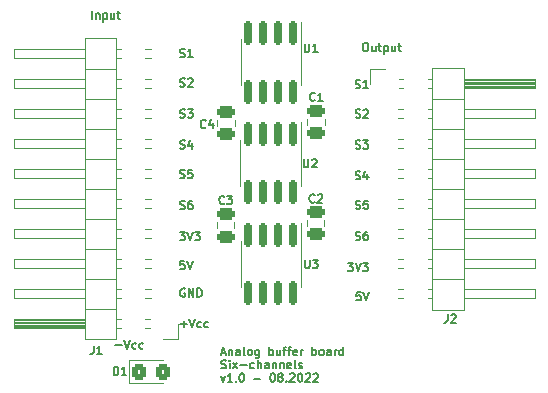
<source format=gto>
G04 #@! TF.GenerationSoftware,KiCad,Pcbnew,(6.0.6)*
G04 #@! TF.CreationDate,2022-08-29T15:05:00+02:00*
G04 #@! TF.ProjectId,analog-buffer-six-channels,616e616c-6f67-42d6-9275-666665722d73,rev?*
G04 #@! TF.SameCoordinates,Original*
G04 #@! TF.FileFunction,Legend,Top*
G04 #@! TF.FilePolarity,Positive*
%FSLAX46Y46*%
G04 Gerber Fmt 4.6, Leading zero omitted, Abs format (unit mm)*
G04 Created by KiCad (PCBNEW (6.0.6)) date 2022-08-29 15:05:00*
%MOMM*%
%LPD*%
G01*
G04 APERTURE LIST*
G04 Aperture macros list*
%AMRoundRect*
0 Rectangle with rounded corners*
0 $1 Rounding radius*
0 $2 $3 $4 $5 $6 $7 $8 $9 X,Y pos of 4 corners*
0 Add a 4 corners polygon primitive as box body*
4,1,4,$2,$3,$4,$5,$6,$7,$8,$9,$2,$3,0*
0 Add four circle primitives for the rounded corners*
1,1,$1+$1,$2,$3*
1,1,$1+$1,$4,$5*
1,1,$1+$1,$6,$7*
1,1,$1+$1,$8,$9*
0 Add four rect primitives between the rounded corners*
20,1,$1+$1,$2,$3,$4,$5,0*
20,1,$1+$1,$4,$5,$6,$7,0*
20,1,$1+$1,$6,$7,$8,$9,0*
20,1,$1+$1,$8,$9,$2,$3,0*%
G04 Aperture macros list end*
%ADD10C,0.175000*%
%ADD11C,0.150000*%
%ADD12C,0.120000*%
%ADD13C,3.200000*%
%ADD14RoundRect,0.150000X-0.150000X0.825000X-0.150000X-0.825000X0.150000X-0.825000X0.150000X0.825000X0*%
%ADD15RoundRect,0.250000X-0.475000X0.250000X-0.475000X-0.250000X0.475000X-0.250000X0.475000X0.250000X0*%
%ADD16R,1.700000X1.700000*%
%ADD17O,1.700000X1.700000*%
%ADD18RoundRect,0.250000X0.475000X-0.250000X0.475000X0.250000X-0.475000X0.250000X-0.475000X-0.250000X0*%
%ADD19RoundRect,0.250000X-0.325000X-0.450000X0.325000X-0.450000X0.325000X0.450000X-0.325000X0.450000X0*%
G04 APERTURE END LIST*
D10*
X75361866Y-46816133D02*
X75461866Y-46849466D01*
X75628533Y-46849466D01*
X75695200Y-46816133D01*
X75728533Y-46782800D01*
X75761866Y-46716133D01*
X75761866Y-46649466D01*
X75728533Y-46582800D01*
X75695200Y-46549466D01*
X75628533Y-46516133D01*
X75495200Y-46482800D01*
X75428533Y-46449466D01*
X75395200Y-46416133D01*
X75361866Y-46349466D01*
X75361866Y-46282800D01*
X75395200Y-46216133D01*
X75428533Y-46182800D01*
X75495200Y-46149466D01*
X75661866Y-46149466D01*
X75761866Y-46182800D01*
X75995200Y-46149466D02*
X76428533Y-46149466D01*
X76195200Y-46416133D01*
X76295200Y-46416133D01*
X76361866Y-46449466D01*
X76395200Y-46482800D01*
X76428533Y-46549466D01*
X76428533Y-46716133D01*
X76395200Y-46782800D01*
X76361866Y-46816133D01*
X76295200Y-46849466D01*
X76095200Y-46849466D01*
X76028533Y-46816133D01*
X75995200Y-46782800D01*
X74728533Y-56538066D02*
X75161866Y-56538066D01*
X74928533Y-56804733D01*
X75028533Y-56804733D01*
X75095200Y-56838066D01*
X75128533Y-56871400D01*
X75161866Y-56938066D01*
X75161866Y-57104733D01*
X75128533Y-57171400D01*
X75095200Y-57204733D01*
X75028533Y-57238066D01*
X74828533Y-57238066D01*
X74761866Y-57204733D01*
X74728533Y-57171400D01*
X75361866Y-56538066D02*
X75595200Y-57238066D01*
X75828533Y-56538066D01*
X75995200Y-56538066D02*
X76428533Y-56538066D01*
X76195200Y-56804733D01*
X76295200Y-56804733D01*
X76361866Y-56838066D01*
X76395200Y-56871400D01*
X76428533Y-56938066D01*
X76428533Y-57104733D01*
X76395200Y-57171400D01*
X76361866Y-57204733D01*
X76295200Y-57238066D01*
X76095200Y-57238066D01*
X76028533Y-57204733D01*
X75995200Y-57171400D01*
X60502866Y-49305333D02*
X60602866Y-49338666D01*
X60769533Y-49338666D01*
X60836200Y-49305333D01*
X60869533Y-49272000D01*
X60902866Y-49205333D01*
X60902866Y-49138666D01*
X60869533Y-49072000D01*
X60836200Y-49038666D01*
X60769533Y-49005333D01*
X60636200Y-48972000D01*
X60569533Y-48938666D01*
X60536200Y-48905333D01*
X60502866Y-48838666D01*
X60502866Y-48772000D01*
X60536200Y-48705333D01*
X60569533Y-48672000D01*
X60636200Y-48638666D01*
X60802866Y-48638666D01*
X60902866Y-48672000D01*
X61536200Y-48638666D02*
X61202866Y-48638666D01*
X61169533Y-48972000D01*
X61202866Y-48938666D01*
X61269533Y-48905333D01*
X61436200Y-48905333D01*
X61502866Y-48938666D01*
X61536200Y-48972000D01*
X61569533Y-49038666D01*
X61569533Y-49205333D01*
X61536200Y-49272000D01*
X61502866Y-49305333D01*
X61436200Y-49338666D01*
X61269533Y-49338666D01*
X61202866Y-49305333D01*
X61169533Y-49272000D01*
X75361866Y-51921533D02*
X75461866Y-51954866D01*
X75628533Y-51954866D01*
X75695200Y-51921533D01*
X75728533Y-51888200D01*
X75761866Y-51821533D01*
X75761866Y-51754866D01*
X75728533Y-51688200D01*
X75695200Y-51654866D01*
X75628533Y-51621533D01*
X75495200Y-51588200D01*
X75428533Y-51554866D01*
X75395200Y-51521533D01*
X75361866Y-51454866D01*
X75361866Y-51388200D01*
X75395200Y-51321533D01*
X75428533Y-51288200D01*
X75495200Y-51254866D01*
X75661866Y-51254866D01*
X75761866Y-51288200D01*
X76395200Y-51254866D02*
X76061866Y-51254866D01*
X76028533Y-51588200D01*
X76061866Y-51554866D01*
X76128533Y-51521533D01*
X76295200Y-51521533D01*
X76361866Y-51554866D01*
X76395200Y-51588200D01*
X76428533Y-51654866D01*
X76428533Y-51821533D01*
X76395200Y-51888200D01*
X76361866Y-51921533D01*
X76295200Y-51954866D01*
X76128533Y-51954866D01*
X76061866Y-51921533D01*
X76028533Y-51888200D01*
X60502866Y-46816133D02*
X60602866Y-46849466D01*
X60769533Y-46849466D01*
X60836200Y-46816133D01*
X60869533Y-46782800D01*
X60902866Y-46716133D01*
X60902866Y-46649466D01*
X60869533Y-46582800D01*
X60836200Y-46549466D01*
X60769533Y-46516133D01*
X60636200Y-46482800D01*
X60569533Y-46449466D01*
X60536200Y-46416133D01*
X60502866Y-46349466D01*
X60502866Y-46282800D01*
X60536200Y-46216133D01*
X60569533Y-46182800D01*
X60636200Y-46149466D01*
X60802866Y-46149466D01*
X60902866Y-46182800D01*
X61502866Y-46382800D02*
X61502866Y-46849466D01*
X61336200Y-46116133D02*
X61169533Y-46616133D01*
X61602866Y-46616133D01*
X55018133Y-63524600D02*
X55551466Y-63524600D01*
X55784800Y-63091266D02*
X56018133Y-63791266D01*
X56251466Y-63091266D01*
X56784800Y-63757933D02*
X56718133Y-63791266D01*
X56584800Y-63791266D01*
X56518133Y-63757933D01*
X56484800Y-63724600D01*
X56451466Y-63657933D01*
X56451466Y-63457933D01*
X56484800Y-63391266D01*
X56518133Y-63357933D01*
X56584800Y-63324600D01*
X56718133Y-63324600D01*
X56784800Y-63357933D01*
X57384800Y-63757933D02*
X57318133Y-63791266D01*
X57184800Y-63791266D01*
X57118133Y-63757933D01*
X57084800Y-63724600D01*
X57051466Y-63657933D01*
X57051466Y-63457933D01*
X57084800Y-63391266D01*
X57118133Y-63357933D01*
X57184800Y-63324600D01*
X57318133Y-63324600D01*
X57384800Y-63357933D01*
X75361866Y-44199933D02*
X75461866Y-44233266D01*
X75628533Y-44233266D01*
X75695200Y-44199933D01*
X75728533Y-44166600D01*
X75761866Y-44099933D01*
X75761866Y-44033266D01*
X75728533Y-43966600D01*
X75695200Y-43933266D01*
X75628533Y-43899933D01*
X75495200Y-43866600D01*
X75428533Y-43833266D01*
X75395200Y-43799933D01*
X75361866Y-43733266D01*
X75361866Y-43666600D01*
X75395200Y-43599933D01*
X75428533Y-43566600D01*
X75495200Y-43533266D01*
X75661866Y-43533266D01*
X75761866Y-43566600D01*
X76028533Y-43599933D02*
X76061866Y-43566600D01*
X76128533Y-43533266D01*
X76295200Y-43533266D01*
X76361866Y-43566600D01*
X76395200Y-43599933D01*
X76428533Y-43666600D01*
X76428533Y-43733266D01*
X76395200Y-43833266D01*
X75995200Y-44233266D01*
X76428533Y-44233266D01*
X64001083Y-64140666D02*
X64334416Y-64140666D01*
X63934416Y-64340666D02*
X64167750Y-63640666D01*
X64401083Y-64340666D01*
X64634416Y-63874000D02*
X64634416Y-64340666D01*
X64634416Y-63940666D02*
X64667750Y-63907333D01*
X64734416Y-63874000D01*
X64834416Y-63874000D01*
X64901083Y-63907333D01*
X64934416Y-63974000D01*
X64934416Y-64340666D01*
X65567750Y-64340666D02*
X65567750Y-63974000D01*
X65534416Y-63907333D01*
X65467750Y-63874000D01*
X65334416Y-63874000D01*
X65267750Y-63907333D01*
X65567750Y-64307333D02*
X65501083Y-64340666D01*
X65334416Y-64340666D01*
X65267750Y-64307333D01*
X65234416Y-64240666D01*
X65234416Y-64174000D01*
X65267750Y-64107333D01*
X65334416Y-64074000D01*
X65501083Y-64074000D01*
X65567750Y-64040666D01*
X66001083Y-64340666D02*
X65934416Y-64307333D01*
X65901083Y-64240666D01*
X65901083Y-63640666D01*
X66367750Y-64340666D02*
X66301083Y-64307333D01*
X66267750Y-64274000D01*
X66234416Y-64207333D01*
X66234416Y-64007333D01*
X66267750Y-63940666D01*
X66301083Y-63907333D01*
X66367750Y-63874000D01*
X66467750Y-63874000D01*
X66534416Y-63907333D01*
X66567750Y-63940666D01*
X66601083Y-64007333D01*
X66601083Y-64207333D01*
X66567750Y-64274000D01*
X66534416Y-64307333D01*
X66467750Y-64340666D01*
X66367750Y-64340666D01*
X67201083Y-63874000D02*
X67201083Y-64440666D01*
X67167750Y-64507333D01*
X67134416Y-64540666D01*
X67067750Y-64574000D01*
X66967750Y-64574000D01*
X66901083Y-64540666D01*
X67201083Y-64307333D02*
X67134416Y-64340666D01*
X67001083Y-64340666D01*
X66934416Y-64307333D01*
X66901083Y-64274000D01*
X66867750Y-64207333D01*
X66867750Y-64007333D01*
X66901083Y-63940666D01*
X66934416Y-63907333D01*
X67001083Y-63874000D01*
X67134416Y-63874000D01*
X67201083Y-63907333D01*
X68067750Y-64340666D02*
X68067750Y-63640666D01*
X68067750Y-63907333D02*
X68134416Y-63874000D01*
X68267750Y-63874000D01*
X68334416Y-63907333D01*
X68367750Y-63940666D01*
X68401083Y-64007333D01*
X68401083Y-64207333D01*
X68367750Y-64274000D01*
X68334416Y-64307333D01*
X68267750Y-64340666D01*
X68134416Y-64340666D01*
X68067750Y-64307333D01*
X69001083Y-63874000D02*
X69001083Y-64340666D01*
X68701083Y-63874000D02*
X68701083Y-64240666D01*
X68734416Y-64307333D01*
X68801083Y-64340666D01*
X68901083Y-64340666D01*
X68967750Y-64307333D01*
X69001083Y-64274000D01*
X69234416Y-63874000D02*
X69501083Y-63874000D01*
X69334416Y-64340666D02*
X69334416Y-63740666D01*
X69367750Y-63674000D01*
X69434416Y-63640666D01*
X69501083Y-63640666D01*
X69634416Y-63874000D02*
X69901083Y-63874000D01*
X69734416Y-64340666D02*
X69734416Y-63740666D01*
X69767750Y-63674000D01*
X69834416Y-63640666D01*
X69901083Y-63640666D01*
X70401083Y-64307333D02*
X70334416Y-64340666D01*
X70201083Y-64340666D01*
X70134416Y-64307333D01*
X70101083Y-64240666D01*
X70101083Y-63974000D01*
X70134416Y-63907333D01*
X70201083Y-63874000D01*
X70334416Y-63874000D01*
X70401083Y-63907333D01*
X70434416Y-63974000D01*
X70434416Y-64040666D01*
X70101083Y-64107333D01*
X70734416Y-64340666D02*
X70734416Y-63874000D01*
X70734416Y-64007333D02*
X70767750Y-63940666D01*
X70801083Y-63907333D01*
X70867750Y-63874000D01*
X70934416Y-63874000D01*
X71701083Y-64340666D02*
X71701083Y-63640666D01*
X71701083Y-63907333D02*
X71767750Y-63874000D01*
X71901083Y-63874000D01*
X71967750Y-63907333D01*
X72001083Y-63940666D01*
X72034416Y-64007333D01*
X72034416Y-64207333D01*
X72001083Y-64274000D01*
X71967750Y-64307333D01*
X71901083Y-64340666D01*
X71767750Y-64340666D01*
X71701083Y-64307333D01*
X72434416Y-64340666D02*
X72367750Y-64307333D01*
X72334416Y-64274000D01*
X72301083Y-64207333D01*
X72301083Y-64007333D01*
X72334416Y-63940666D01*
X72367750Y-63907333D01*
X72434416Y-63874000D01*
X72534416Y-63874000D01*
X72601083Y-63907333D01*
X72634416Y-63940666D01*
X72667750Y-64007333D01*
X72667750Y-64207333D01*
X72634416Y-64274000D01*
X72601083Y-64307333D01*
X72534416Y-64340666D01*
X72434416Y-64340666D01*
X73267750Y-64340666D02*
X73267750Y-63974000D01*
X73234416Y-63907333D01*
X73167750Y-63874000D01*
X73034416Y-63874000D01*
X72967750Y-63907333D01*
X73267750Y-64307333D02*
X73201083Y-64340666D01*
X73034416Y-64340666D01*
X72967750Y-64307333D01*
X72934416Y-64240666D01*
X72934416Y-64174000D01*
X72967750Y-64107333D01*
X73034416Y-64074000D01*
X73201083Y-64074000D01*
X73267750Y-64040666D01*
X73601083Y-64340666D02*
X73601083Y-63874000D01*
X73601083Y-64007333D02*
X73634416Y-63940666D01*
X73667750Y-63907333D01*
X73734416Y-63874000D01*
X73801083Y-63874000D01*
X74334416Y-64340666D02*
X74334416Y-63640666D01*
X74334416Y-64307333D02*
X74267750Y-64340666D01*
X74134416Y-64340666D01*
X74067750Y-64307333D01*
X74034416Y-64274000D01*
X74001083Y-64207333D01*
X74001083Y-64007333D01*
X74034416Y-63940666D01*
X74067750Y-63907333D01*
X74134416Y-63874000D01*
X74267750Y-63874000D01*
X74334416Y-63907333D01*
X64001083Y-65434333D02*
X64101083Y-65467666D01*
X64267750Y-65467666D01*
X64334416Y-65434333D01*
X64367750Y-65401000D01*
X64401083Y-65334333D01*
X64401083Y-65267666D01*
X64367750Y-65201000D01*
X64334416Y-65167666D01*
X64267750Y-65134333D01*
X64134416Y-65101000D01*
X64067750Y-65067666D01*
X64034416Y-65034333D01*
X64001083Y-64967666D01*
X64001083Y-64901000D01*
X64034416Y-64834333D01*
X64067750Y-64801000D01*
X64134416Y-64767666D01*
X64301083Y-64767666D01*
X64401083Y-64801000D01*
X64701083Y-65467666D02*
X64701083Y-65001000D01*
X64701083Y-64767666D02*
X64667750Y-64801000D01*
X64701083Y-64834333D01*
X64734416Y-64801000D01*
X64701083Y-64767666D01*
X64701083Y-64834333D01*
X64967750Y-65467666D02*
X65334416Y-65001000D01*
X64967750Y-65001000D02*
X65334416Y-65467666D01*
X65601083Y-65201000D02*
X66134416Y-65201000D01*
X66767750Y-65434333D02*
X66701083Y-65467666D01*
X66567750Y-65467666D01*
X66501083Y-65434333D01*
X66467750Y-65401000D01*
X66434416Y-65334333D01*
X66434416Y-65134333D01*
X66467750Y-65067666D01*
X66501083Y-65034333D01*
X66567750Y-65001000D01*
X66701083Y-65001000D01*
X66767750Y-65034333D01*
X67067750Y-65467666D02*
X67067750Y-64767666D01*
X67367750Y-65467666D02*
X67367750Y-65101000D01*
X67334416Y-65034333D01*
X67267750Y-65001000D01*
X67167750Y-65001000D01*
X67101083Y-65034333D01*
X67067750Y-65067666D01*
X68001083Y-65467666D02*
X68001083Y-65101000D01*
X67967750Y-65034333D01*
X67901083Y-65001000D01*
X67767750Y-65001000D01*
X67701083Y-65034333D01*
X68001083Y-65434333D02*
X67934416Y-65467666D01*
X67767750Y-65467666D01*
X67701083Y-65434333D01*
X67667750Y-65367666D01*
X67667750Y-65301000D01*
X67701083Y-65234333D01*
X67767750Y-65201000D01*
X67934416Y-65201000D01*
X68001083Y-65167666D01*
X68334416Y-65001000D02*
X68334416Y-65467666D01*
X68334416Y-65067666D02*
X68367750Y-65034333D01*
X68434416Y-65001000D01*
X68534416Y-65001000D01*
X68601083Y-65034333D01*
X68634416Y-65101000D01*
X68634416Y-65467666D01*
X68967750Y-65001000D02*
X68967750Y-65467666D01*
X68967750Y-65067666D02*
X69001083Y-65034333D01*
X69067750Y-65001000D01*
X69167750Y-65001000D01*
X69234416Y-65034333D01*
X69267750Y-65101000D01*
X69267750Y-65467666D01*
X69867750Y-65434333D02*
X69801083Y-65467666D01*
X69667750Y-65467666D01*
X69601083Y-65434333D01*
X69567750Y-65367666D01*
X69567750Y-65101000D01*
X69601083Y-65034333D01*
X69667750Y-65001000D01*
X69801083Y-65001000D01*
X69867750Y-65034333D01*
X69901083Y-65101000D01*
X69901083Y-65167666D01*
X69567750Y-65234333D01*
X70301083Y-65467666D02*
X70234416Y-65434333D01*
X70201083Y-65367666D01*
X70201083Y-64767666D01*
X70534416Y-65434333D02*
X70601083Y-65467666D01*
X70734416Y-65467666D01*
X70801083Y-65434333D01*
X70834416Y-65367666D01*
X70834416Y-65334333D01*
X70801083Y-65267666D01*
X70734416Y-65234333D01*
X70634416Y-65234333D01*
X70567750Y-65201000D01*
X70534416Y-65134333D01*
X70534416Y-65101000D01*
X70567750Y-65034333D01*
X70634416Y-65001000D01*
X70734416Y-65001000D01*
X70801083Y-65034333D01*
X63967750Y-66128000D02*
X64134416Y-66594666D01*
X64301083Y-66128000D01*
X64934416Y-66594666D02*
X64534416Y-66594666D01*
X64734416Y-66594666D02*
X64734416Y-65894666D01*
X64667750Y-65994666D01*
X64601083Y-66061333D01*
X64534416Y-66094666D01*
X65234416Y-66528000D02*
X65267750Y-66561333D01*
X65234416Y-66594666D01*
X65201083Y-66561333D01*
X65234416Y-66528000D01*
X65234416Y-66594666D01*
X65701083Y-65894666D02*
X65767750Y-65894666D01*
X65834416Y-65928000D01*
X65867750Y-65961333D01*
X65901083Y-66028000D01*
X65934416Y-66161333D01*
X65934416Y-66328000D01*
X65901083Y-66461333D01*
X65867750Y-66528000D01*
X65834416Y-66561333D01*
X65767750Y-66594666D01*
X65701083Y-66594666D01*
X65634416Y-66561333D01*
X65601083Y-66528000D01*
X65567750Y-66461333D01*
X65534416Y-66328000D01*
X65534416Y-66161333D01*
X65567750Y-66028000D01*
X65601083Y-65961333D01*
X65634416Y-65928000D01*
X65701083Y-65894666D01*
X66767750Y-66328000D02*
X67301083Y-66328000D01*
X68301083Y-65894666D02*
X68367750Y-65894666D01*
X68434416Y-65928000D01*
X68467750Y-65961333D01*
X68501083Y-66028000D01*
X68534416Y-66161333D01*
X68534416Y-66328000D01*
X68501083Y-66461333D01*
X68467750Y-66528000D01*
X68434416Y-66561333D01*
X68367750Y-66594666D01*
X68301083Y-66594666D01*
X68234416Y-66561333D01*
X68201083Y-66528000D01*
X68167750Y-66461333D01*
X68134416Y-66328000D01*
X68134416Y-66161333D01*
X68167750Y-66028000D01*
X68201083Y-65961333D01*
X68234416Y-65928000D01*
X68301083Y-65894666D01*
X68934416Y-66194666D02*
X68867750Y-66161333D01*
X68834416Y-66128000D01*
X68801083Y-66061333D01*
X68801083Y-66028000D01*
X68834416Y-65961333D01*
X68867750Y-65928000D01*
X68934416Y-65894666D01*
X69067750Y-65894666D01*
X69134416Y-65928000D01*
X69167750Y-65961333D01*
X69201083Y-66028000D01*
X69201083Y-66061333D01*
X69167750Y-66128000D01*
X69134416Y-66161333D01*
X69067750Y-66194666D01*
X68934416Y-66194666D01*
X68867750Y-66228000D01*
X68834416Y-66261333D01*
X68801083Y-66328000D01*
X68801083Y-66461333D01*
X68834416Y-66528000D01*
X68867750Y-66561333D01*
X68934416Y-66594666D01*
X69067750Y-66594666D01*
X69134416Y-66561333D01*
X69167750Y-66528000D01*
X69201083Y-66461333D01*
X69201083Y-66328000D01*
X69167750Y-66261333D01*
X69134416Y-66228000D01*
X69067750Y-66194666D01*
X69501083Y-66528000D02*
X69534416Y-66561333D01*
X69501083Y-66594666D01*
X69467750Y-66561333D01*
X69501083Y-66528000D01*
X69501083Y-66594666D01*
X69801083Y-65961333D02*
X69834416Y-65928000D01*
X69901083Y-65894666D01*
X70067750Y-65894666D01*
X70134416Y-65928000D01*
X70167750Y-65961333D01*
X70201083Y-66028000D01*
X70201083Y-66094666D01*
X70167750Y-66194666D01*
X69767750Y-66594666D01*
X70201083Y-66594666D01*
X70634416Y-65894666D02*
X70701083Y-65894666D01*
X70767750Y-65928000D01*
X70801083Y-65961333D01*
X70834416Y-66028000D01*
X70867750Y-66161333D01*
X70867750Y-66328000D01*
X70834416Y-66461333D01*
X70801083Y-66528000D01*
X70767750Y-66561333D01*
X70701083Y-66594666D01*
X70634416Y-66594666D01*
X70567750Y-66561333D01*
X70534416Y-66528000D01*
X70501083Y-66461333D01*
X70467750Y-66328000D01*
X70467750Y-66161333D01*
X70501083Y-66028000D01*
X70534416Y-65961333D01*
X70567750Y-65928000D01*
X70634416Y-65894666D01*
X71134416Y-65961333D02*
X71167750Y-65928000D01*
X71234416Y-65894666D01*
X71401083Y-65894666D01*
X71467750Y-65928000D01*
X71501083Y-65961333D01*
X71534416Y-66028000D01*
X71534416Y-66094666D01*
X71501083Y-66194666D01*
X71101083Y-66594666D01*
X71534416Y-66594666D01*
X71801083Y-65961333D02*
X71834416Y-65928000D01*
X71901083Y-65894666D01*
X72067750Y-65894666D01*
X72134416Y-65928000D01*
X72167750Y-65961333D01*
X72201083Y-66028000D01*
X72201083Y-66094666D01*
X72167750Y-66194666D01*
X71767750Y-66594666D01*
X72201083Y-66594666D01*
X60469533Y-53921866D02*
X60902866Y-53921866D01*
X60669533Y-54188533D01*
X60769533Y-54188533D01*
X60836200Y-54221866D01*
X60869533Y-54255200D01*
X60902866Y-54321866D01*
X60902866Y-54488533D01*
X60869533Y-54555200D01*
X60836200Y-54588533D01*
X60769533Y-54621866D01*
X60569533Y-54621866D01*
X60502866Y-54588533D01*
X60469533Y-54555200D01*
X61102866Y-53921866D02*
X61336200Y-54621866D01*
X61569533Y-53921866D01*
X61736200Y-53921866D02*
X62169533Y-53921866D01*
X61936200Y-54188533D01*
X62036200Y-54188533D01*
X62102866Y-54221866D01*
X62136200Y-54255200D01*
X62169533Y-54321866D01*
X62169533Y-54488533D01*
X62136200Y-54555200D01*
X62102866Y-54588533D01*
X62036200Y-54621866D01*
X61836200Y-54621866D01*
X61769533Y-54588533D01*
X61736200Y-54555200D01*
X60869533Y-56385666D02*
X60536200Y-56385666D01*
X60502867Y-56719000D01*
X60536200Y-56685666D01*
X60602867Y-56652333D01*
X60769533Y-56652333D01*
X60836200Y-56685666D01*
X60869533Y-56719000D01*
X60902867Y-56785666D01*
X60902867Y-56952333D01*
X60869533Y-57019000D01*
X60836200Y-57052333D01*
X60769533Y-57085666D01*
X60602867Y-57085666D01*
X60536200Y-57052333D01*
X60502867Y-57019000D01*
X61102867Y-56385666D02*
X61336200Y-57085666D01*
X61569533Y-56385666D01*
X75361866Y-54563133D02*
X75461866Y-54596466D01*
X75628533Y-54596466D01*
X75695200Y-54563133D01*
X75728533Y-54529800D01*
X75761866Y-54463133D01*
X75761866Y-54396466D01*
X75728533Y-54329800D01*
X75695200Y-54296466D01*
X75628533Y-54263133D01*
X75495200Y-54229800D01*
X75428533Y-54196466D01*
X75395200Y-54163133D01*
X75361866Y-54096466D01*
X75361866Y-54029800D01*
X75395200Y-53963133D01*
X75428533Y-53929800D01*
X75495200Y-53896466D01*
X75661866Y-53896466D01*
X75761866Y-53929800D01*
X76361866Y-53896466D02*
X76228533Y-53896466D01*
X76161866Y-53929800D01*
X76128533Y-53963133D01*
X76061866Y-54063133D01*
X76028533Y-54196466D01*
X76028533Y-54463133D01*
X76061866Y-54529800D01*
X76095200Y-54563133D01*
X76161866Y-54596466D01*
X76295200Y-54596466D01*
X76361866Y-54563133D01*
X76395200Y-54529800D01*
X76428533Y-54463133D01*
X76428533Y-54296466D01*
X76395200Y-54229800D01*
X76361866Y-54196466D01*
X76295200Y-54163133D01*
X76161866Y-54163133D01*
X76095200Y-54196466D01*
X76061866Y-54229800D01*
X76028533Y-54296466D01*
X60502866Y-41583733D02*
X60602866Y-41617066D01*
X60769533Y-41617066D01*
X60836200Y-41583733D01*
X60869533Y-41550400D01*
X60902866Y-41483733D01*
X60902866Y-41417066D01*
X60869533Y-41350400D01*
X60836200Y-41317066D01*
X60769533Y-41283733D01*
X60636200Y-41250400D01*
X60569533Y-41217066D01*
X60536200Y-41183733D01*
X60502866Y-41117066D01*
X60502866Y-41050400D01*
X60536200Y-40983733D01*
X60569533Y-40950400D01*
X60636200Y-40917066D01*
X60802866Y-40917066D01*
X60902866Y-40950400D01*
X61169533Y-40983733D02*
X61202866Y-40950400D01*
X61269533Y-40917066D01*
X61436200Y-40917066D01*
X61502866Y-40950400D01*
X61536200Y-40983733D01*
X61569533Y-41050400D01*
X61569533Y-41117066D01*
X61536200Y-41217066D01*
X61136200Y-41617066D01*
X61569533Y-41617066D01*
X76154933Y-37919866D02*
X76288266Y-37919866D01*
X76354933Y-37953200D01*
X76421600Y-38019866D01*
X76454933Y-38153200D01*
X76454933Y-38386533D01*
X76421600Y-38519866D01*
X76354933Y-38586533D01*
X76288266Y-38619866D01*
X76154933Y-38619866D01*
X76088266Y-38586533D01*
X76021600Y-38519866D01*
X75988266Y-38386533D01*
X75988266Y-38153200D01*
X76021600Y-38019866D01*
X76088266Y-37953200D01*
X76154933Y-37919866D01*
X77054933Y-38153200D02*
X77054933Y-38619866D01*
X76754933Y-38153200D02*
X76754933Y-38519866D01*
X76788266Y-38586533D01*
X76854933Y-38619866D01*
X76954933Y-38619866D01*
X77021600Y-38586533D01*
X77054933Y-38553200D01*
X77288266Y-38153200D02*
X77554933Y-38153200D01*
X77388266Y-37919866D02*
X77388266Y-38519866D01*
X77421600Y-38586533D01*
X77488266Y-38619866D01*
X77554933Y-38619866D01*
X77788266Y-38153200D02*
X77788266Y-38853200D01*
X77788266Y-38186533D02*
X77854933Y-38153200D01*
X77988266Y-38153200D01*
X78054933Y-38186533D01*
X78088266Y-38219866D01*
X78121600Y-38286533D01*
X78121600Y-38486533D01*
X78088266Y-38553200D01*
X78054933Y-38586533D01*
X77988266Y-38619866D01*
X77854933Y-38619866D01*
X77788266Y-38586533D01*
X78721600Y-38153200D02*
X78721600Y-38619866D01*
X78421600Y-38153200D02*
X78421600Y-38519866D01*
X78454933Y-38586533D01*
X78521600Y-38619866D01*
X78621600Y-38619866D01*
X78688266Y-38586533D01*
X78721600Y-38553200D01*
X78954933Y-38153200D02*
X79221600Y-38153200D01*
X79054933Y-37919866D02*
X79054933Y-38519866D01*
X79088266Y-38586533D01*
X79154933Y-38619866D01*
X79221600Y-38619866D01*
X60902866Y-58730400D02*
X60836200Y-58697066D01*
X60736200Y-58697066D01*
X60636200Y-58730400D01*
X60569533Y-58797066D01*
X60536200Y-58863733D01*
X60502866Y-58997066D01*
X60502866Y-59097066D01*
X60536200Y-59230400D01*
X60569533Y-59297066D01*
X60636200Y-59363733D01*
X60736200Y-59397066D01*
X60802866Y-59397066D01*
X60902866Y-59363733D01*
X60936200Y-59330400D01*
X60936200Y-59097066D01*
X60802866Y-59097066D01*
X61236200Y-59397066D02*
X61236200Y-58697066D01*
X61636200Y-59397066D01*
X61636200Y-58697066D01*
X61969533Y-59397066D02*
X61969533Y-58697066D01*
X62136200Y-58697066D01*
X62236200Y-58730400D01*
X62302866Y-58797066D01*
X62336200Y-58863733D01*
X62369533Y-58997066D01*
X62369533Y-59097066D01*
X62336200Y-59230400D01*
X62302866Y-59297066D01*
X62236200Y-59363733D01*
X62136200Y-59397066D01*
X61969533Y-59397066D01*
X75361866Y-41710733D02*
X75461866Y-41744066D01*
X75628533Y-41744066D01*
X75695200Y-41710733D01*
X75728533Y-41677400D01*
X75761866Y-41610733D01*
X75761866Y-41544066D01*
X75728533Y-41477400D01*
X75695200Y-41444066D01*
X75628533Y-41410733D01*
X75495200Y-41377400D01*
X75428533Y-41344066D01*
X75395200Y-41310733D01*
X75361866Y-41244066D01*
X75361866Y-41177400D01*
X75395200Y-41110733D01*
X75428533Y-41077400D01*
X75495200Y-41044066D01*
X75661866Y-41044066D01*
X75761866Y-41077400D01*
X76428533Y-41744066D02*
X76028533Y-41744066D01*
X76228533Y-41744066D02*
X76228533Y-41044066D01*
X76161866Y-41144066D01*
X76095200Y-41210733D01*
X76028533Y-41244066D01*
X75361866Y-49432333D02*
X75461866Y-49465666D01*
X75628533Y-49465666D01*
X75695200Y-49432333D01*
X75728533Y-49399000D01*
X75761866Y-49332333D01*
X75761866Y-49265666D01*
X75728533Y-49199000D01*
X75695200Y-49165666D01*
X75628533Y-49132333D01*
X75495200Y-49099000D01*
X75428533Y-49065666D01*
X75395200Y-49032333D01*
X75361866Y-48965666D01*
X75361866Y-48899000D01*
X75395200Y-48832333D01*
X75428533Y-48799000D01*
X75495200Y-48765666D01*
X75661866Y-48765666D01*
X75761866Y-48799000D01*
X76361866Y-48999000D02*
X76361866Y-49465666D01*
X76195200Y-48732333D02*
X76028533Y-49232333D01*
X76461866Y-49232333D01*
X60536200Y-61721200D02*
X61069533Y-61721200D01*
X60802867Y-61987866D02*
X60802867Y-61454533D01*
X61302867Y-61287866D02*
X61536200Y-61987866D01*
X61769533Y-61287866D01*
X62302867Y-61954533D02*
X62236200Y-61987866D01*
X62102867Y-61987866D01*
X62036200Y-61954533D01*
X62002867Y-61921200D01*
X61969533Y-61854533D01*
X61969533Y-61654533D01*
X62002867Y-61587866D01*
X62036200Y-61554533D01*
X62102867Y-61521200D01*
X62236200Y-61521200D01*
X62302867Y-61554533D01*
X62902867Y-61954533D02*
X62836200Y-61987866D01*
X62702867Y-61987866D01*
X62636200Y-61954533D01*
X62602867Y-61921200D01*
X62569533Y-61854533D01*
X62569533Y-61654533D01*
X62602867Y-61587866D01*
X62636200Y-61554533D01*
X62702867Y-61521200D01*
X62836200Y-61521200D01*
X62902867Y-61554533D01*
X60502866Y-51946933D02*
X60602866Y-51980266D01*
X60769533Y-51980266D01*
X60836200Y-51946933D01*
X60869533Y-51913600D01*
X60902866Y-51846933D01*
X60902866Y-51780266D01*
X60869533Y-51713600D01*
X60836200Y-51680266D01*
X60769533Y-51646933D01*
X60636200Y-51613600D01*
X60569533Y-51580266D01*
X60536200Y-51546933D01*
X60502866Y-51480266D01*
X60502866Y-51413600D01*
X60536200Y-51346933D01*
X60569533Y-51313600D01*
X60636200Y-51280266D01*
X60802866Y-51280266D01*
X60902866Y-51313600D01*
X61502866Y-51280266D02*
X61369533Y-51280266D01*
X61302866Y-51313600D01*
X61269533Y-51346933D01*
X61202866Y-51446933D01*
X61169533Y-51580266D01*
X61169533Y-51846933D01*
X61202866Y-51913600D01*
X61236200Y-51946933D01*
X61302866Y-51980266D01*
X61436200Y-51980266D01*
X61502866Y-51946933D01*
X61536200Y-51913600D01*
X61569533Y-51846933D01*
X61569533Y-51680266D01*
X61536200Y-51613600D01*
X61502866Y-51580266D01*
X61436200Y-51546933D01*
X61302866Y-51546933D01*
X61236200Y-51580266D01*
X61202866Y-51613600D01*
X61169533Y-51680266D01*
X60502866Y-39094533D02*
X60602866Y-39127866D01*
X60769533Y-39127866D01*
X60836200Y-39094533D01*
X60869533Y-39061200D01*
X60902866Y-38994533D01*
X60902866Y-38927866D01*
X60869533Y-38861200D01*
X60836200Y-38827866D01*
X60769533Y-38794533D01*
X60636200Y-38761200D01*
X60569533Y-38727866D01*
X60536200Y-38694533D01*
X60502866Y-38627866D01*
X60502866Y-38561200D01*
X60536200Y-38494533D01*
X60569533Y-38461200D01*
X60636200Y-38427866D01*
X60802866Y-38427866D01*
X60902866Y-38461200D01*
X61569533Y-39127866D02*
X61169533Y-39127866D01*
X61369533Y-39127866D02*
X61369533Y-38427866D01*
X61302866Y-38527866D01*
X61236200Y-38594533D01*
X61169533Y-38627866D01*
X75795199Y-59001866D02*
X75461866Y-59001866D01*
X75428533Y-59335200D01*
X75461866Y-59301866D01*
X75528533Y-59268533D01*
X75695199Y-59268533D01*
X75761866Y-59301866D01*
X75795199Y-59335200D01*
X75828533Y-59401866D01*
X75828533Y-59568533D01*
X75795199Y-59635200D01*
X75761866Y-59668533D01*
X75695199Y-59701866D01*
X75528533Y-59701866D01*
X75461866Y-59668533D01*
X75428533Y-59635200D01*
X76028533Y-59001866D02*
X76261866Y-59701866D01*
X76495199Y-59001866D01*
X53053600Y-35876666D02*
X53053600Y-35176666D01*
X53386933Y-35410000D02*
X53386933Y-35876666D01*
X53386933Y-35476666D02*
X53420266Y-35443333D01*
X53486933Y-35410000D01*
X53586933Y-35410000D01*
X53653600Y-35443333D01*
X53686933Y-35510000D01*
X53686933Y-35876666D01*
X54020266Y-35410000D02*
X54020266Y-36110000D01*
X54020266Y-35443333D02*
X54086933Y-35410000D01*
X54220266Y-35410000D01*
X54286933Y-35443333D01*
X54320266Y-35476666D01*
X54353600Y-35543333D01*
X54353600Y-35743333D01*
X54320266Y-35810000D01*
X54286933Y-35843333D01*
X54220266Y-35876666D01*
X54086933Y-35876666D01*
X54020266Y-35843333D01*
X54953600Y-35410000D02*
X54953600Y-35876666D01*
X54653600Y-35410000D02*
X54653600Y-35776666D01*
X54686933Y-35843333D01*
X54753600Y-35876666D01*
X54853600Y-35876666D01*
X54920266Y-35843333D01*
X54953600Y-35810000D01*
X55186933Y-35410000D02*
X55453600Y-35410000D01*
X55286933Y-35176666D02*
X55286933Y-35776666D01*
X55320266Y-35843333D01*
X55386933Y-35876666D01*
X55453600Y-35876666D01*
X60502866Y-44199933D02*
X60602866Y-44233266D01*
X60769533Y-44233266D01*
X60836200Y-44199933D01*
X60869533Y-44166600D01*
X60902866Y-44099933D01*
X60902866Y-44033266D01*
X60869533Y-43966600D01*
X60836200Y-43933266D01*
X60769533Y-43899933D01*
X60636200Y-43866600D01*
X60569533Y-43833266D01*
X60536200Y-43799933D01*
X60502866Y-43733266D01*
X60502866Y-43666600D01*
X60536200Y-43599933D01*
X60569533Y-43566600D01*
X60636200Y-43533266D01*
X60802866Y-43533266D01*
X60902866Y-43566600D01*
X61136200Y-43533266D02*
X61569533Y-43533266D01*
X61336200Y-43799933D01*
X61436200Y-43799933D01*
X61502866Y-43833266D01*
X61536200Y-43866600D01*
X61569533Y-43933266D01*
X61569533Y-44099933D01*
X61536200Y-44166600D01*
X61502866Y-44199933D01*
X61436200Y-44233266D01*
X61236200Y-44233266D01*
X61169533Y-44199933D01*
X61136200Y-44166600D01*
D11*
X70967666Y-47749666D02*
X70967666Y-48316333D01*
X71001000Y-48383000D01*
X71034333Y-48416333D01*
X71101000Y-48449666D01*
X71234333Y-48449666D01*
X71301000Y-48416333D01*
X71334333Y-48383000D01*
X71367666Y-48316333D01*
X71367666Y-47749666D01*
X71667666Y-47816333D02*
X71701000Y-47783000D01*
X71767666Y-47749666D01*
X71934333Y-47749666D01*
X72001000Y-47783000D01*
X72034333Y-47816333D01*
X72067666Y-47883000D01*
X72067666Y-47949666D01*
X72034333Y-48049666D01*
X71634333Y-48449666D01*
X72067666Y-48449666D01*
X71917733Y-42744200D02*
X71884400Y-42777533D01*
X71784400Y-42810866D01*
X71717733Y-42810866D01*
X71617733Y-42777533D01*
X71551066Y-42710866D01*
X71517733Y-42644200D01*
X71484400Y-42510866D01*
X71484400Y-42410866D01*
X71517733Y-42277533D01*
X71551066Y-42210866D01*
X71617733Y-42144200D01*
X71717733Y-42110866D01*
X71784400Y-42110866D01*
X71884400Y-42144200D01*
X71917733Y-42177533D01*
X72584400Y-42810866D02*
X72184400Y-42810866D01*
X72384400Y-42810866D02*
X72384400Y-42110866D01*
X72317733Y-42210866D01*
X72251066Y-42277533D01*
X72184400Y-42310866D01*
X53177866Y-63565566D02*
X53177866Y-64065566D01*
X53144533Y-64165566D01*
X53077866Y-64232233D01*
X52977866Y-64265566D01*
X52911200Y-64265566D01*
X53877866Y-64265566D02*
X53477866Y-64265566D01*
X53677866Y-64265566D02*
X53677866Y-63565566D01*
X53611200Y-63665566D01*
X53544533Y-63732233D01*
X53477866Y-63765566D01*
X71892333Y-51354800D02*
X71859000Y-51388133D01*
X71759000Y-51421466D01*
X71692333Y-51421466D01*
X71592333Y-51388133D01*
X71525666Y-51321466D01*
X71492333Y-51254800D01*
X71459000Y-51121466D01*
X71459000Y-51021466D01*
X71492333Y-50888133D01*
X71525666Y-50821466D01*
X71592333Y-50754800D01*
X71692333Y-50721466D01*
X71759000Y-50721466D01*
X71859000Y-50754800D01*
X71892333Y-50788133D01*
X72159000Y-50788133D02*
X72192333Y-50754800D01*
X72259000Y-50721466D01*
X72425666Y-50721466D01*
X72492333Y-50754800D01*
X72525666Y-50788133D01*
X72559000Y-50854800D01*
X72559000Y-50921466D01*
X72525666Y-51021466D01*
X72125666Y-51421466D01*
X72559000Y-51421466D01*
X64246933Y-51481800D02*
X64213600Y-51515133D01*
X64113600Y-51548466D01*
X64046933Y-51548466D01*
X63946933Y-51515133D01*
X63880266Y-51448466D01*
X63846933Y-51381800D01*
X63813600Y-51248466D01*
X63813600Y-51148466D01*
X63846933Y-51015133D01*
X63880266Y-50948466D01*
X63946933Y-50881800D01*
X64046933Y-50848466D01*
X64113600Y-50848466D01*
X64213600Y-50881800D01*
X64246933Y-50915133D01*
X64480266Y-50848466D02*
X64913600Y-50848466D01*
X64680266Y-51115133D01*
X64780266Y-51115133D01*
X64846933Y-51148466D01*
X64880266Y-51181800D01*
X64913600Y-51248466D01*
X64913600Y-51415133D01*
X64880266Y-51481800D01*
X64846933Y-51515133D01*
X64780266Y-51548466D01*
X64580266Y-51548466D01*
X64513600Y-51515133D01*
X64480266Y-51481800D01*
X71043866Y-37970666D02*
X71043866Y-38537333D01*
X71077200Y-38604000D01*
X71110533Y-38637333D01*
X71177200Y-38670666D01*
X71310533Y-38670666D01*
X71377200Y-38637333D01*
X71410533Y-38604000D01*
X71443866Y-38537333D01*
X71443866Y-37970666D01*
X72143866Y-38670666D02*
X71743866Y-38670666D01*
X71943866Y-38670666D02*
X71943866Y-37970666D01*
X71877200Y-38070666D01*
X71810533Y-38137333D01*
X71743866Y-38170666D01*
X71069266Y-56258666D02*
X71069266Y-56825333D01*
X71102600Y-56892000D01*
X71135933Y-56925333D01*
X71202600Y-56958666D01*
X71335933Y-56958666D01*
X71402600Y-56925333D01*
X71435933Y-56892000D01*
X71469266Y-56825333D01*
X71469266Y-56258666D01*
X71735933Y-56258666D02*
X72169266Y-56258666D01*
X71935933Y-56525333D01*
X72035933Y-56525333D01*
X72102600Y-56558666D01*
X72135933Y-56592000D01*
X72169266Y-56658666D01*
X72169266Y-56825333D01*
X72135933Y-56892000D01*
X72102600Y-56925333D01*
X72035933Y-56958666D01*
X71835933Y-56958666D01*
X71769266Y-56925333D01*
X71735933Y-56892000D01*
X54880733Y-66051866D02*
X54880733Y-65351866D01*
X55047400Y-65351866D01*
X55147400Y-65385200D01*
X55214066Y-65451866D01*
X55247400Y-65518533D01*
X55280733Y-65651866D01*
X55280733Y-65751866D01*
X55247400Y-65885200D01*
X55214066Y-65951866D01*
X55147400Y-66018533D01*
X55047400Y-66051866D01*
X54880733Y-66051866D01*
X55947400Y-66051866D02*
X55547400Y-66051866D01*
X55747400Y-66051866D02*
X55747400Y-65351866D01*
X55680733Y-65451866D01*
X55614066Y-65518533D01*
X55547400Y-65551866D01*
X83154866Y-60881466D02*
X83154866Y-61381466D01*
X83121533Y-61481466D01*
X83054866Y-61548133D01*
X82954866Y-61581466D01*
X82888200Y-61581466D01*
X83454866Y-60948133D02*
X83488200Y-60914800D01*
X83554866Y-60881466D01*
X83721533Y-60881466D01*
X83788200Y-60914800D01*
X83821533Y-60948133D01*
X83854866Y-61014800D01*
X83854866Y-61081466D01*
X83821533Y-61181466D01*
X83421533Y-61581466D01*
X83854866Y-61581466D01*
X62672133Y-45055600D02*
X62638800Y-45088933D01*
X62538800Y-45122266D01*
X62472133Y-45122266D01*
X62372133Y-45088933D01*
X62305466Y-45022266D01*
X62272133Y-44955600D01*
X62238800Y-44822266D01*
X62238800Y-44722266D01*
X62272133Y-44588933D01*
X62305466Y-44522266D01*
X62372133Y-44455600D01*
X62472133Y-44422266D01*
X62538800Y-44422266D01*
X62638800Y-44455600D01*
X62672133Y-44488933D01*
X63272133Y-44655600D02*
X63272133Y-45122266D01*
X63105466Y-44388933D02*
X62938800Y-44888933D01*
X63372133Y-44888933D01*
D12*
X70731700Y-48093400D02*
X70731700Y-44643400D01*
X65611700Y-48093400D02*
X65611700Y-46143400D01*
X65611700Y-48093400D02*
X65611700Y-50043400D01*
X70731700Y-48093400D02*
X70731700Y-50043400D01*
X72744000Y-44341148D02*
X72744000Y-44863652D01*
X71274000Y-44341148D02*
X71274000Y-44863652D01*
X55483271Y-56978900D02*
X55086200Y-56978900D01*
X58023271Y-51138900D02*
X57569129Y-51138900D01*
X55483271Y-51898900D02*
X55086200Y-51898900D01*
X52426200Y-54438900D02*
X46426200Y-54438900D01*
X52426200Y-39198900D02*
X46426200Y-39198900D01*
X55483271Y-41738900D02*
X55086200Y-41738900D01*
X55086200Y-50248900D02*
X52426200Y-50248900D01*
X58023271Y-53678900D02*
X57569129Y-53678900D01*
X52426200Y-46818900D02*
X46426200Y-46818900D01*
X52426200Y-61398900D02*
X46426200Y-61398900D01*
X46426200Y-48598900D02*
X52426200Y-48598900D01*
X58023271Y-46818900D02*
X57569129Y-46818900D01*
X55483271Y-51138900D02*
X55086200Y-51138900D01*
X46426200Y-51898900D02*
X46426200Y-51138900D01*
X55483271Y-58758900D02*
X55086200Y-58758900D01*
X55086200Y-63008900D02*
X55086200Y-37488900D01*
X60336200Y-62948900D02*
X59066200Y-62948900D01*
X55483271Y-49358900D02*
X55086200Y-49358900D01*
X52426200Y-37488900D02*
X52426200Y-63008900D01*
X52426200Y-61878900D02*
X46426200Y-61878900D01*
X46426200Y-54438900D02*
X46426200Y-53678900D01*
X58023271Y-59518900D02*
X57569129Y-59518900D01*
X46426200Y-62058900D02*
X46426200Y-61298900D01*
X55483271Y-46818900D02*
X55086200Y-46818900D01*
X55086200Y-40088900D02*
X52426200Y-40088900D01*
X46426200Y-43518900D02*
X52426200Y-43518900D01*
X58023271Y-51898900D02*
X57569129Y-51898900D01*
X55086200Y-47708900D02*
X52426200Y-47708900D01*
X55086200Y-55328900D02*
X52426200Y-55328900D01*
X55483271Y-38438900D02*
X55086200Y-38438900D01*
X46426200Y-53678900D02*
X52426200Y-53678900D01*
X46426200Y-59518900D02*
X46426200Y-58758900D01*
X58023271Y-54438900D02*
X57569129Y-54438900D01*
X52426200Y-61998900D02*
X46426200Y-61998900D01*
X46426200Y-44278900D02*
X46426200Y-43518900D01*
X58023271Y-39198900D02*
X57569129Y-39198900D01*
X55483271Y-56218900D02*
X55086200Y-56218900D01*
X46426200Y-40978900D02*
X52426200Y-40978900D01*
X46426200Y-61298900D02*
X52426200Y-61298900D01*
X55483271Y-59518900D02*
X55086200Y-59518900D01*
X58023271Y-58758900D02*
X57569129Y-58758900D01*
X55086200Y-52788900D02*
X52426200Y-52788900D01*
X46426200Y-46818900D02*
X46426200Y-46058900D01*
X55483271Y-43518900D02*
X55086200Y-43518900D01*
X57956200Y-62058900D02*
X57569129Y-62058900D01*
X52426200Y-61758900D02*
X46426200Y-61758900D01*
X46426200Y-41738900D02*
X46426200Y-40978900D01*
X46426200Y-38438900D02*
X52426200Y-38438900D01*
X55086200Y-45168900D02*
X52426200Y-45168900D01*
X55483271Y-61298900D02*
X55086200Y-61298900D01*
X55483271Y-54438900D02*
X55086200Y-54438900D01*
X58023271Y-48598900D02*
X57569129Y-48598900D01*
X60336200Y-61678900D02*
X60336200Y-62948900D01*
X58023271Y-56218900D02*
X57569129Y-56218900D01*
X58023271Y-43518900D02*
X57569129Y-43518900D01*
X58023271Y-46058900D02*
X57569129Y-46058900D01*
X52426200Y-61638900D02*
X46426200Y-61638900D01*
X46426200Y-56978900D02*
X46426200Y-56218900D01*
X52426200Y-44278900D02*
X46426200Y-44278900D01*
X55483271Y-40978900D02*
X55086200Y-40978900D01*
X52426200Y-62058900D02*
X46426200Y-62058900D01*
X55086200Y-37488900D02*
X52426200Y-37488900D01*
X55483271Y-46058900D02*
X55086200Y-46058900D01*
X55086200Y-42628900D02*
X52426200Y-42628900D01*
X46426200Y-51138900D02*
X52426200Y-51138900D01*
X46426200Y-56218900D02*
X52426200Y-56218900D01*
X46426200Y-49358900D02*
X46426200Y-48598900D01*
X46426200Y-39198900D02*
X46426200Y-38438900D01*
X52426200Y-61518900D02*
X46426200Y-61518900D01*
X58023271Y-49358900D02*
X57569129Y-49358900D01*
X46426200Y-58758900D02*
X52426200Y-58758900D01*
X58023271Y-44278900D02*
X57569129Y-44278900D01*
X52426200Y-41738900D02*
X46426200Y-41738900D01*
X58023271Y-56978900D02*
X57569129Y-56978900D01*
X46426200Y-46058900D02*
X52426200Y-46058900D01*
X58023271Y-38438900D02*
X57569129Y-38438900D01*
X52426200Y-49358900D02*
X46426200Y-49358900D01*
X52426200Y-51898900D02*
X46426200Y-51898900D01*
X55483271Y-44278900D02*
X55086200Y-44278900D01*
X58023271Y-40978900D02*
X57569129Y-40978900D01*
X55483271Y-39198900D02*
X55086200Y-39198900D01*
X58023271Y-41738900D02*
X57569129Y-41738900D01*
X55483271Y-53678900D02*
X55086200Y-53678900D01*
X52426200Y-56978900D02*
X46426200Y-56978900D01*
X55483271Y-62058900D02*
X55086200Y-62058900D01*
X57956200Y-61298900D02*
X57569129Y-61298900D01*
X55086200Y-57868900D02*
X52426200Y-57868900D01*
X52426200Y-63008900D02*
X55086200Y-63008900D01*
X55483271Y-48598900D02*
X55086200Y-48598900D01*
X55086200Y-60408900D02*
X52426200Y-60408900D01*
X52426200Y-59518900D02*
X46426200Y-59518900D01*
X72718600Y-52900948D02*
X72718600Y-53423452D01*
X71248600Y-52900948D02*
X71248600Y-53423452D01*
X63628600Y-53611452D02*
X63628600Y-53088948D01*
X65098600Y-53611452D02*
X65098600Y-53088948D01*
X65637100Y-39562000D02*
X65637100Y-37612000D01*
X70757100Y-39562000D02*
X70757100Y-41512000D01*
X70757100Y-39562000D02*
X70757100Y-36112000D01*
X65637100Y-39562000D02*
X65637100Y-41512000D01*
X65637100Y-56642000D02*
X65637100Y-54692000D01*
X70757100Y-56642000D02*
X70757100Y-58592000D01*
X65637100Y-56642000D02*
X65637100Y-58592000D01*
X70757100Y-56642000D02*
X70757100Y-53192000D01*
X56179000Y-64775200D02*
X56179000Y-66695200D01*
X59039000Y-64775200D02*
X56179000Y-64775200D01*
X56179000Y-66695200D02*
X59039000Y-66695200D01*
X81870600Y-50268900D02*
X84530600Y-50268900D01*
X84530600Y-53698900D02*
X90530600Y-53698900D01*
X84530600Y-43538900D02*
X90530600Y-43538900D01*
X81870600Y-40048900D02*
X81870600Y-60488900D01*
X81473529Y-49378900D02*
X81870600Y-49378900D01*
X81473529Y-48618900D02*
X81870600Y-48618900D01*
X81473529Y-41758900D02*
X81870600Y-41758900D01*
X76620600Y-40108900D02*
X77890600Y-40108900D01*
X84530600Y-46078900D02*
X90530600Y-46078900D01*
X90530600Y-44298900D02*
X84530600Y-44298900D01*
X84530600Y-41058900D02*
X90530600Y-41058900D01*
X84530600Y-40048900D02*
X81870600Y-40048900D01*
X84530600Y-51158900D02*
X90530600Y-51158900D01*
X78933529Y-56998900D02*
X79387671Y-56998900D01*
X81473529Y-59538900D02*
X81870600Y-59538900D01*
X79000600Y-41758900D02*
X79387671Y-41758900D01*
X81870600Y-52808900D02*
X84530600Y-52808900D01*
X90530600Y-51158900D02*
X90530600Y-51918900D01*
X78933529Y-49378900D02*
X79387671Y-49378900D01*
X90530600Y-46838900D02*
X84530600Y-46838900D01*
X81473529Y-56238900D02*
X81870600Y-56238900D01*
X90530600Y-53698900D02*
X90530600Y-54458900D01*
X90530600Y-54458900D02*
X84530600Y-54458900D01*
X84530600Y-41658900D02*
X90530600Y-41658900D01*
X90530600Y-49378900D02*
X84530600Y-49378900D01*
X78933529Y-56238900D02*
X79387671Y-56238900D01*
X81473529Y-40998900D02*
X81870600Y-40998900D01*
X81870600Y-57888900D02*
X84530600Y-57888900D01*
X81473529Y-54458900D02*
X81870600Y-54458900D01*
X78933529Y-51158900D02*
X79387671Y-51158900D01*
X90530600Y-46078900D02*
X90530600Y-46838900D01*
X84530600Y-41298900D02*
X90530600Y-41298900D01*
X81870600Y-45188900D02*
X84530600Y-45188900D01*
X78933529Y-58778900D02*
X79387671Y-58778900D01*
X84530600Y-41418900D02*
X90530600Y-41418900D01*
X90530600Y-58778900D02*
X90530600Y-59538900D01*
X84530600Y-48618900D02*
X90530600Y-48618900D01*
X81473529Y-44298900D02*
X81870600Y-44298900D01*
X78933529Y-51918900D02*
X79387671Y-51918900D01*
X78933529Y-43538900D02*
X79387671Y-43538900D01*
X78933529Y-48618900D02*
X79387671Y-48618900D01*
X81473529Y-43538900D02*
X81870600Y-43538900D01*
X90530600Y-40998900D02*
X90530600Y-41758900D01*
X90530600Y-59538900D02*
X84530600Y-59538900D01*
X78933529Y-46838900D02*
X79387671Y-46838900D01*
X78933529Y-59538900D02*
X79387671Y-59538900D01*
X90530600Y-48618900D02*
X90530600Y-49378900D01*
X84530600Y-41178900D02*
X90530600Y-41178900D01*
X84530600Y-40998900D02*
X90530600Y-40998900D01*
X90530600Y-51918900D02*
X84530600Y-51918900D01*
X81473529Y-46838900D02*
X81870600Y-46838900D01*
X90530600Y-56998900D02*
X84530600Y-56998900D01*
X81473529Y-58778900D02*
X81870600Y-58778900D01*
X81870600Y-60488900D02*
X84530600Y-60488900D01*
X90530600Y-43538900D02*
X90530600Y-44298900D01*
X81473529Y-56998900D02*
X81870600Y-56998900D01*
X81870600Y-47728900D02*
X84530600Y-47728900D01*
X81473529Y-51158900D02*
X81870600Y-51158900D01*
X78933529Y-44298900D02*
X79387671Y-44298900D01*
X81473529Y-53698900D02*
X81870600Y-53698900D01*
X78933529Y-54458900D02*
X79387671Y-54458900D01*
X81870600Y-42648900D02*
X84530600Y-42648900D01*
X79000600Y-40998900D02*
X79387671Y-40998900D01*
X90530600Y-41758900D02*
X84530600Y-41758900D01*
X90530600Y-56238900D02*
X90530600Y-56998900D01*
X81473529Y-51918900D02*
X81870600Y-51918900D01*
X84530600Y-41538900D02*
X90530600Y-41538900D01*
X84530600Y-56238900D02*
X90530600Y-56238900D01*
X78933529Y-46078900D02*
X79387671Y-46078900D01*
X76620600Y-41378900D02*
X76620600Y-40108900D01*
X84530600Y-60488900D02*
X84530600Y-40048900D01*
X84530600Y-58778900D02*
X90530600Y-58778900D01*
X78933529Y-53698900D02*
X79387671Y-53698900D01*
X81870600Y-55348900D02*
X84530600Y-55348900D01*
X81473529Y-46078900D02*
X81870600Y-46078900D01*
X65124000Y-44965252D02*
X65124000Y-44442748D01*
X63654000Y-44965252D02*
X63654000Y-44442748D01*
%LPC*%
D13*
X81508600Y-35788600D03*
X81508600Y-64770000D03*
D14*
X70076700Y-45618400D03*
X68806700Y-45618400D03*
X67536700Y-45618400D03*
X66266700Y-45618400D03*
X66266700Y-50568400D03*
X67536700Y-50568400D03*
X68806700Y-50568400D03*
X70076700Y-50568400D03*
D15*
X72009000Y-43652400D03*
X72009000Y-45552400D03*
D16*
X59066200Y-61678900D03*
D17*
X56526200Y-61678900D03*
X59066200Y-59138900D03*
X56526200Y-59138900D03*
X59066200Y-56598900D03*
X56526200Y-56598900D03*
X59066200Y-54058900D03*
X56526200Y-54058900D03*
X59066200Y-51518900D03*
X56526200Y-51518900D03*
X59066200Y-48978900D03*
X56526200Y-48978900D03*
X59066200Y-46438900D03*
X56526200Y-46438900D03*
X59066200Y-43898900D03*
X56526200Y-43898900D03*
X59066200Y-41358900D03*
X56526200Y-41358900D03*
X59066200Y-38818900D03*
X56526200Y-38818900D03*
D15*
X71983600Y-52212200D03*
X71983600Y-54112200D03*
D18*
X64363600Y-54300200D03*
X64363600Y-52400200D03*
D14*
X70102100Y-37087000D03*
X68832100Y-37087000D03*
X67562100Y-37087000D03*
X66292100Y-37087000D03*
X66292100Y-42037000D03*
X67562100Y-42037000D03*
X68832100Y-42037000D03*
X70102100Y-42037000D03*
X70102100Y-54167000D03*
X68832100Y-54167000D03*
X67562100Y-54167000D03*
X66292100Y-54167000D03*
X66292100Y-59117000D03*
X67562100Y-59117000D03*
X68832100Y-59117000D03*
X70102100Y-59117000D03*
D19*
X57014000Y-65735200D03*
X59064000Y-65735200D03*
D16*
X77890600Y-41378900D03*
D17*
X80430600Y-41378900D03*
X77890600Y-43918900D03*
X80430600Y-43918900D03*
X77890600Y-46458900D03*
X80430600Y-46458900D03*
X77890600Y-48998900D03*
X80430600Y-48998900D03*
X77890600Y-51538900D03*
X80430600Y-51538900D03*
X77890600Y-54078900D03*
X80430600Y-54078900D03*
X77890600Y-56618900D03*
X80430600Y-56618900D03*
X77890600Y-59158900D03*
X80430600Y-59158900D03*
D18*
X64389000Y-45654000D03*
X64389000Y-43754000D03*
M02*

</source>
